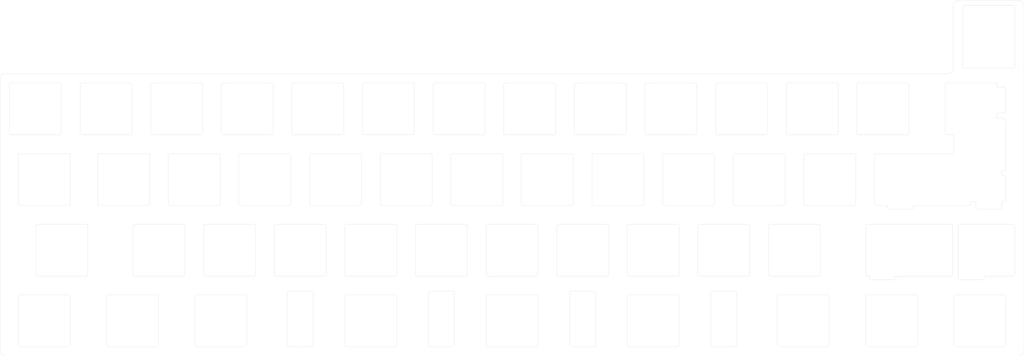
<source format=kicad_pcb>
(kicad_pcb (version 20171130) (host pcbnew "(5.1.4)-1")

  (general
    (thickness 1.6)
    (drawings 481)
    (tracks 0)
    (zones 0)
    (modules 0)
    (nets 1)
  )

  (page A4)
  (layers
    (0 F.Cu signal)
    (31 B.Cu signal)
    (32 B.Adhes user)
    (33 F.Adhes user)
    (34 B.Paste user)
    (35 F.Paste user)
    (36 B.SilkS user)
    (37 F.SilkS user)
    (38 B.Mask user)
    (39 F.Mask user)
    (40 Dwgs.User user)
    (41 Cmts.User user)
    (42 Eco1.User user)
    (43 Eco2.User user)
    (44 Edge.Cuts user)
    (45 Margin user)
    (46 B.CrtYd user)
    (47 F.CrtYd user)
    (48 B.Fab user)
    (49 F.Fab user)
  )

  (setup
    (last_trace_width 0.25)
    (trace_clearance 0.2)
    (zone_clearance 0.254)
    (zone_45_only no)
    (trace_min 0.2)
    (via_size 0.8)
    (via_drill 0.4)
    (via_min_size 0.4)
    (via_min_drill 0.3)
    (uvia_size 0.3)
    (uvia_drill 0.1)
    (uvias_allowed no)
    (uvia_min_size 0.2)
    (uvia_min_drill 0.1)
    (edge_width 0.05)
    (segment_width 0.2)
    (pcb_text_width 0.3)
    (pcb_text_size 1.5 1.5)
    (mod_edge_width 0.12)
    (mod_text_size 1 1)
    (mod_text_width 0.15)
    (pad_size 1.524 1.524)
    (pad_drill 0.762)
    (pad_to_mask_clearance 0)
    (aux_axis_origin 0 0)
    (visible_elements 7FFFFFFF)
    (pcbplotparams
      (layerselection 0x010fc_ffffffff)
      (usegerberextensions true)
      (usegerberattributes true)
      (usegerberadvancedattributes true)
      (creategerberjobfile false)
      (excludeedgelayer true)
      (linewidth 1.000000)
      (plotframeref false)
      (viasonmask false)
      (mode 1)
      (useauxorigin false)
      (hpglpennumber 1)
      (hpglpenspeed 20)
      (hpglpendiameter 15.000000)
      (psnegative false)
      (psa4output false)
      (plotreference true)
      (plotvalue true)
      (plotinvisibletext false)
      (padsonsilk false)
      (subtractmaskfromsilk true)
      (outputformat 1)
      (mirror false)
      (drillshape 0)
      (scaleselection 1)
      (outputdirectory "../gerbers"))
  )

  (net 0 "")

  (net_class Default "This is the default net class."
    (clearance 0.2)
    (trace_width 0.25)
    (via_dia 0.8)
    (via_drill 0.4)
    (uvia_dia 0.3)
    (uvia_drill 0.1)
  )

  (gr_arc (start 273.2 17.128124) (end 273.2 17.628124) (angle -90) (layer Edge.Cuts) (width 0.05))
  (gr_line (start 260.2 17.628124) (end 273.2 17.628124) (layer Edge.Cuts) (width 0.05))
  (gr_arc (start 260.2 17.128124) (end 259.7 17.128124) (angle -90) (layer Edge.Cuts) (width 0.05))
  (gr_line (start 259.7 1.128124) (end 259.7 17.128124) (layer Edge.Cuts) (width 0.05))
  (gr_arc (start 260.2 1.128124) (end 260.2 0.628124) (angle -90) (layer Edge.Cuts) (width 0.05))
  (gr_line (start 273.2 0.628124) (end 260.2 0.628124) (layer Edge.Cuts) (width 0.05))
  (gr_arc (start 273.2 1.128124) (end 273.7 1.128124) (angle -90) (layer Edge.Cuts) (width 0.05))
  (gr_line (start 273.7 17.128124) (end 273.7 1.128124) (layer Edge.Cuts) (width 0.05))
  (gr_line (start 10.16875 59.675) (end 23.16875 59.675) (layer Edge.Cuts) (width 0.05))
  (gr_arc (start 10.168749 60.175) (end 10.16875 59.675) (angle -90) (layer Edge.Cuts) (width 0.05))
  (gr_line (start 9.66875 73.175) (end 9.668749 60.175) (layer Edge.Cuts) (width 0.05))
  (gr_arc (start 10.16875 73.175) (end 9.66875 73.175) (angle -90) (layer Edge.Cuts) (width 0.05))
  (gr_line (start 23.16875 73.675) (end 10.16875 73.675) (layer Edge.Cuts) (width 0.05))
  (gr_arc (start 23.16875 73.175) (end 23.16875 73.675) (angle -90) (layer Edge.Cuts) (width 0.05))
  (gr_line (start 23.66875 60.175) (end 23.66875 73.175) (layer Edge.Cuts) (width 0.05))
  (gr_arc (start 23.16875 60.175) (end 23.66875 60.175) (angle -90) (layer Edge.Cuts) (width 0.05))
  (gr_line (start 66.53125 79.225) (end 66.53125 92.225) (layer Edge.Cuts) (width 0.05))
  (gr_arc (start 66.03125 79.224999) (end 66.53125 79.225) (angle -90) (layer Edge.Cuts) (width 0.05))
  (gr_line (start 53.03125 78.725) (end 66.03125 78.725) (layer Edge.Cuts) (width 0.05))
  (gr_arc (start 53.03125 79.225) (end 53.03125 78.725) (angle -90) (layer Edge.Cuts) (width 0.05))
  (gr_line (start 52.53125 92.225) (end 52.53125 79.225) (layer Edge.Cuts) (width 0.05))
  (gr_arc (start 53.03125 92.225) (end 52.53125 92.225) (angle -90) (layer Edge.Cuts) (width 0.05))
  (gr_line (start 66.03125 92.725) (end 53.03125 92.725) (layer Edge.Cuts) (width 0.05))
  (gr_arc (start 66.03125 92.225) (end 66.03125 92.725) (angle -90) (layer Edge.Cuts) (width 0.05))
  (gr_arc (start 87.4625 60.175) (end 87.9625 60.175) (angle -90) (layer Edge.Cuts) (width 0.05))
  (gr_line (start 87.9625 73.175) (end 87.9625 60.175) (layer Edge.Cuts) (width 0.05))
  (gr_arc (start 87.4625 73.175) (end 87.4625 73.675) (angle -90) (layer Edge.Cuts) (width 0.05))
  (gr_line (start 74.4625 73.675) (end 87.4625 73.675) (layer Edge.Cuts) (width 0.05))
  (gr_arc (start 74.4625 73.175) (end 73.9625 73.175) (angle -90) (layer Edge.Cuts) (width 0.05))
  (gr_line (start 73.9625 60.175) (end 73.9625 73.175) (layer Edge.Cuts) (width 0.05))
  (gr_arc (start 74.462499 60.174999) (end 74.4625 59.675) (angle -90) (layer Edge.Cuts) (width 0.05))
  (gr_line (start 87.4625 59.675) (end 74.4625 59.675) (layer Edge.Cuts) (width 0.05))
  (gr_arc (start 210.19375 79.225) (end 210.19375 78.725) (angle -90) (layer Edge.Cuts) (width 0.05))
  (gr_line (start 223.19375 78.725) (end 210.19375 78.725) (layer Edge.Cuts) (width 0.05))
  (gr_arc (start 223.19375 79.224999) (end 223.69375 79.225) (angle -90) (layer Edge.Cuts) (width 0.05))
  (gr_line (start 223.69375 92.225) (end 223.69375 79.225) (layer Edge.Cuts) (width 0.05))
  (gr_arc (start 223.19375 92.225) (end 223.19375 92.725) (angle -90) (layer Edge.Cuts) (width 0.05))
  (gr_line (start 210.19375 92.725) (end 223.19375 92.725) (layer Edge.Cuts) (width 0.05))
  (gr_arc (start 210.193749 92.225) (end 209.69375 92.225) (angle -90) (layer Edge.Cuts) (width 0.05))
  (gr_line (start 209.69375 79.225) (end 209.69375 92.225) (layer Edge.Cuts) (width 0.05))
  (gr_line (start 93.012499 73.175) (end 93.012499 60.175) (layer Edge.Cuts) (width 0.05))
  (gr_arc (start 93.5125 73.175) (end 93.012499 73.175) (angle -90) (layer Edge.Cuts) (width 0.05))
  (gr_line (start 106.5125 73.675) (end 93.5125 73.675) (layer Edge.Cuts) (width 0.05))
  (gr_arc (start 106.5125 73.175) (end 106.5125 73.675) (angle -90) (layer Edge.Cuts) (width 0.05))
  (gr_line (start 107.0125 60.175) (end 107.0125 73.175) (layer Edge.Cuts) (width 0.05))
  (gr_arc (start 106.5125 60.174999) (end 107.0125 60.175) (angle -90) (layer Edge.Cuts) (width 0.05))
  (gr_line (start 93.5125 59.675) (end 106.5125 59.674999) (layer Edge.Cuts) (width 0.05))
  (gr_arc (start 93.512499 60.175) (end 93.5125 59.675) (angle -90) (layer Edge.Cuts) (width 0.05))
  (gr_line (start 198.2875 40.625) (end 211.2875 40.625) (layer Edge.Cuts) (width 0.05))
  (gr_arc (start 198.2875 41.125) (end 198.2875 40.625) (angle -90) (layer Edge.Cuts) (width 0.05))
  (gr_line (start 197.7875 54.125) (end 197.7875 41.125) (layer Edge.Cuts) (width 0.05))
  (gr_arc (start 198.287499 54.125) (end 197.7875 54.125) (angle -90) (layer Edge.Cuts) (width 0.05))
  (gr_line (start 211.2875 54.625) (end 198.2875 54.624999) (layer Edge.Cuts) (width 0.05))
  (gr_arc (start 211.2875 54.124999) (end 211.2875 54.625) (angle -90) (layer Edge.Cuts) (width 0.05))
  (gr_line (start 211.7875 41.125) (end 211.7875 54.125) (layer Edge.Cuts) (width 0.05))
  (gr_arc (start 211.2875 41.124999) (end 211.7875 41.125) (angle -90) (layer Edge.Cuts) (width 0.05))
  (gr_arc (start 55.4125 60.175) (end 55.4125 59.675) (angle -90) (layer Edge.Cuts) (width 0.05))
  (gr_line (start 68.4125 59.675) (end 55.4125 59.675) (layer Edge.Cuts) (width 0.05))
  (gr_arc (start 68.4125 60.174999) (end 68.9125 60.175) (angle -90) (layer Edge.Cuts) (width 0.05))
  (gr_line (start 68.9125 73.175) (end 68.9125 60.175) (layer Edge.Cuts) (width 0.05))
  (gr_arc (start 68.4125 73.175) (end 68.4125 73.675) (angle -90) (layer Edge.Cuts) (width 0.05))
  (gr_line (start 55.4125 73.675) (end 68.4125 73.675) (layer Edge.Cuts) (width 0.05))
  (gr_arc (start 55.4125 73.175) (end 54.9125 73.175) (angle -90) (layer Edge.Cuts) (width 0.05))
  (gr_line (start 54.9125 60.175) (end 54.9125 73.175) (layer Edge.Cuts) (width 0.05))
  (gr_arc (start 270.81875 79.224999) (end 271.31875 79.225) (angle -90) (layer Edge.Cuts) (width 0.05))
  (gr_line (start 271.31875 92.225) (end 271.31875 79.225) (layer Edge.Cuts) (width 0.05))
  (gr_arc (start 270.81875 92.225) (end 270.81875 92.725) (angle -90) (layer Edge.Cuts) (width 0.05))
  (gr_line (start 257.81875 92.725) (end 270.81875 92.725) (layer Edge.Cuts) (width 0.05))
  (gr_arc (start 257.81875 92.225) (end 257.31875 92.225) (angle -90) (layer Edge.Cuts) (width 0.05))
  (gr_line (start 257.31875 79.225) (end 257.31875 92.225) (layer Edge.Cuts) (width 0.05))
  (gr_arc (start 257.81875 79.225) (end 257.81875 78.725) (angle -90) (layer Edge.Cuts) (width 0.05))
  (gr_line (start 270.81875 78.725) (end 257.81875 78.725) (layer Edge.Cuts) (width 0.05))
  (gr_arc (start 3.024999 22.075) (end 3.025 21.575) (angle -90) (layer Edge.Cuts) (width 0.05))
  (gr_line (start 16.024999 21.574999) (end 3.025 21.575) (layer Edge.Cuts) (width 0.05))
  (gr_arc (start 16.024999 22.075) (end 16.525 22.075) (angle -90) (layer Edge.Cuts) (width 0.05))
  (gr_line (start 16.524999 35.075) (end 16.525 22.075) (layer Edge.Cuts) (width 0.05))
  (gr_arc (start 16.024999 35.075) (end 16.024999 35.575) (angle -90) (layer Edge.Cuts) (width 0.05))
  (gr_line (start 3.024999 35.575) (end 16.024999 35.575) (layer Edge.Cuts) (width 0.05))
  (gr_arc (start 3.024999 35.075) (end 2.524999 35.075) (angle -90) (layer Edge.Cuts) (width 0.05))
  (gr_line (start 2.524999 22.075) (end 2.524999 35.075) (layer Edge.Cuts) (width 0.05))
  (gr_line (start 198.2625 92.725) (end 192.2625 92.725) (layer Edge.Cuts) (width 0.05))
  (gr_arc (start 198.2625 92.225) (end 198.2625 92.725) (angle -90) (layer Edge.Cuts) (width 0.05))
  (gr_line (start 198.7625 78.225) (end 198.7625 92.225) (layer Edge.Cuts) (width 0.05))
  (gr_arc (start 198.2625 78.224999) (end 198.7625 78.225) (angle -90) (layer Edge.Cuts) (width 0.05))
  (gr_line (start 192.2625 77.725) (end 198.2625 77.725) (layer Edge.Cuts) (width 0.05))
  (gr_arc (start 192.2625 78.225) (end 192.2625 77.725) (angle -90) (layer Edge.Cuts) (width 0.05))
  (gr_line (start 191.7625 92.225) (end 191.7625 78.225) (layer Edge.Cuts) (width 0.05))
  (gr_arc (start 192.2625 92.225) (end 191.7625 92.225) (angle -90) (layer Edge.Cuts) (width 0.05))
  (gr_arc (start 217.337499 54.125) (end 216.8375 54.125) (angle -90) (layer Edge.Cuts) (width 0.05))
  (gr_line (start 216.8375 41.125) (end 216.8375 54.125) (layer Edge.Cuts) (width 0.05))
  (gr_arc (start 217.3375 41.125) (end 217.3375 40.625) (angle -90) (layer Edge.Cuts) (width 0.05))
  (gr_line (start 230.3375 40.624999) (end 217.3375 40.625) (layer Edge.Cuts) (width 0.05))
  (gr_arc (start 230.3375 41.124999) (end 230.8375 41.125) (angle -90) (layer Edge.Cuts) (width 0.05))
  (gr_line (start 230.8375 54.125) (end 230.8375 41.125) (layer Edge.Cuts) (width 0.05))
  (gr_arc (start 230.3375 54.124999) (end 230.3375 54.625) (angle -90) (layer Edge.Cuts) (width 0.05))
  (gr_line (start 217.3375 54.625) (end 230.3375 54.625) (layer Edge.Cuts) (width 0.05))
  (gr_line (start 84.4625 78.225) (end 84.4625 92.225) (layer Edge.Cuts) (width 0.05))
  (gr_arc (start 83.962499 78.225) (end 84.4625 78.225) (angle -90) (layer Edge.Cuts) (width 0.05))
  (gr_line (start 77.9625 77.725) (end 83.962499 77.724999) (layer Edge.Cuts) (width 0.05))
  (gr_arc (start 77.962499 78.224999) (end 77.9625 77.725) (angle -90) (layer Edge.Cuts) (width 0.05))
  (gr_line (start 77.4625 92.225) (end 77.4625 78.225) (layer Edge.Cuts) (width 0.05))
  (gr_arc (start 77.9625 92.225) (end 77.4625 92.225) (angle -90) (layer Edge.Cuts) (width 0.05))
  (gr_line (start 83.9625 92.725) (end 77.9625 92.725) (layer Edge.Cuts) (width 0.05))
  (gr_arc (start 83.962499 92.224999) (end 83.9625 92.725) (angle -90) (layer Edge.Cuts) (width 0.05))
  (gr_line (start 122.5625 78.225) (end 122.5625 92.225) (layer Edge.Cuts) (width 0.05))
  (gr_arc (start 122.0625 78.225) (end 122.5625 78.225) (angle -90) (layer Edge.Cuts) (width 0.05))
  (gr_line (start 116.0625 77.725) (end 122.0625 77.724999) (layer Edge.Cuts) (width 0.05))
  (gr_arc (start 116.0625 78.224999) (end 116.0625 77.725) (angle -90) (layer Edge.Cuts) (width 0.05))
  (gr_line (start 115.5625 92.225) (end 115.5625 78.225) (layer Edge.Cuts) (width 0.05))
  (gr_arc (start 116.0625 92.224999) (end 115.5625 92.225) (angle -90) (layer Edge.Cuts) (width 0.05))
  (gr_line (start 122.0625 92.725) (end 116.0625 92.725) (layer Edge.Cuts) (width 0.05))
  (gr_arc (start 122.062499 92.224999) (end 122.0625 92.725) (angle -90) (layer Edge.Cuts) (width 0.05))
  (gr_arc (start 93.5125 92.224999) (end 93.012499 92.225) (angle -90) (layer Edge.Cuts) (width 0.05))
  (gr_line (start 93.012499 79.225) (end 93.012499 92.225) (layer Edge.Cuts) (width 0.05))
  (gr_arc (start 93.512499 79.225) (end 93.5125 78.725) (angle -90) (layer Edge.Cuts) (width 0.05))
  (gr_line (start 106.5125 78.725) (end 93.5125 78.725) (layer Edge.Cuts) (width 0.05))
  (gr_arc (start 106.5125 79.225) (end 107.0125 79.225) (angle -90) (layer Edge.Cuts) (width 0.05))
  (gr_line (start 107.0125 92.225) (end 107.0125 79.225) (layer Edge.Cuts) (width 0.05))
  (gr_arc (start 106.5125 92.225) (end 106.5125 92.725) (angle -90) (layer Edge.Cuts) (width 0.05))
  (gr_line (start 93.5125 92.725) (end 106.5125 92.725) (layer Edge.Cuts) (width 0.05))
  (gr_line (start 64.4375 54.125) (end 64.4375 41.125) (layer Edge.Cuts) (width 0.05))
  (gr_arc (start 64.9375 54.125) (end 64.4375 54.125) (angle -90) (layer Edge.Cuts) (width 0.05))
  (gr_line (start 77.9375 54.625) (end 64.9375 54.625) (layer Edge.Cuts) (width 0.05))
  (gr_arc (start 77.9375 54.125) (end 77.9375 54.625) (angle -90) (layer Edge.Cuts) (width 0.05))
  (gr_line (start 78.4375 41.125) (end 78.4375 54.125) (layer Edge.Cuts) (width 0.05))
  (gr_arc (start 77.9375 41.124999) (end 78.4375 41.125) (angle -90) (layer Edge.Cuts) (width 0.05))
  (gr_line (start 64.9375 40.625) (end 77.9375 40.625) (layer Edge.Cuts) (width 0.05))
  (gr_arc (start 64.9375 41.125) (end 64.9375 40.625) (angle -90) (layer Edge.Cuts) (width 0.05))
  (gr_line (start 78.725 35.075) (end 78.725 22.075) (layer Edge.Cuts) (width 0.05))
  (gr_arc (start 79.225 35.075) (end 78.725 35.075) (angle -90) (layer Edge.Cuts) (width 0.05))
  (gr_line (start 92.225 35.575) (end 79.225 35.575) (layer Edge.Cuts) (width 0.05))
  (gr_arc (start 92.225 35.075) (end 92.225 35.575) (angle -90) (layer Edge.Cuts) (width 0.05))
  (gr_line (start 92.725 22.075) (end 92.725 35.075) (layer Edge.Cuts) (width 0.05))
  (gr_arc (start 92.225 22.075) (end 92.725 22.075) (angle -90) (layer Edge.Cuts) (width 0.05))
  (gr_line (start 79.225 21.575) (end 92.225 21.574999) (layer Edge.Cuts) (width 0.05))
  (gr_arc (start 79.225 22.074999) (end 79.225 21.575) (angle -90) (layer Edge.Cuts) (width 0.05))
  (gr_arc (start 18.40625 79.225) (end 18.90625 79.225) (angle -90) (layer Edge.Cuts) (width 0.05))
  (gr_line (start 18.90625 92.225) (end 18.90625 79.225) (layer Edge.Cuts) (width 0.05))
  (gr_arc (start 18.406249 92.225) (end 18.40625 92.725) (angle -90) (layer Edge.Cuts) (width 0.05))
  (gr_line (start 5.406249 92.725) (end 18.40625 92.725) (layer Edge.Cuts) (width 0.05))
  (gr_arc (start 5.406249 92.225) (end 4.90625 92.225) (angle -90) (layer Edge.Cuts) (width 0.05))
  (gr_line (start 4.90625 79.225) (end 4.90625 92.225) (layer Edge.Cuts) (width 0.05))
  (gr_arc (start 5.406249 79.225) (end 5.406249 78.725) (angle -90) (layer Edge.Cuts) (width 0.05))
  (gr_line (start 18.40625 78.725) (end 5.406249 78.725) (layer Edge.Cuts) (width 0.05))
  (gr_arc (start 182.7125 79.224999) (end 183.212499 79.225) (angle -90) (layer Edge.Cuts) (width 0.05))
  (gr_line (start 183.212499 92.225) (end 183.212499 79.225) (layer Edge.Cuts) (width 0.05))
  (gr_arc (start 182.712499 92.224999) (end 182.712499 92.725) (angle -90) (layer Edge.Cuts) (width 0.05))
  (gr_line (start 169.7125 92.725) (end 182.712499 92.725) (layer Edge.Cuts) (width 0.05))
  (gr_arc (start 169.712499 92.225) (end 169.2125 92.225) (angle -90) (layer Edge.Cuts) (width 0.05))
  (gr_line (start 169.2125 79.225) (end 169.2125 92.225) (layer Edge.Cuts) (width 0.05))
  (gr_arc (start 169.7125 79.225) (end 169.7125 78.725) (angle -90) (layer Edge.Cuts) (width 0.05))
  (gr_line (start 182.712499 78.725) (end 169.7125 78.725) (layer Edge.Cuts) (width 0.05))
  (gr_line (start 98.275 21.575) (end 111.275 21.574999) (layer Edge.Cuts) (width 0.05))
  (gr_arc (start 98.274999 22.074999) (end 98.275 21.575) (angle -90) (layer Edge.Cuts) (width 0.05))
  (gr_line (start 97.775 35.075) (end 97.775 22.075) (layer Edge.Cuts) (width 0.05))
  (gr_arc (start 98.275 35.075) (end 97.775 35.075) (angle -90) (layer Edge.Cuts) (width 0.05))
  (gr_line (start 111.275 35.575) (end 98.275 35.575) (layer Edge.Cuts) (width 0.05))
  (gr_arc (start 111.275 35.075) (end 111.275 35.575) (angle -90) (layer Edge.Cuts) (width 0.05))
  (gr_line (start 111.775 22.075) (end 111.775 35.075) (layer Edge.Cuts) (width 0.05))
  (gr_arc (start 111.275 22.075) (end 111.775 22.075) (angle -90) (layer Edge.Cuts) (width 0.05))
  (gr_arc (start 22.075 22.075) (end 22.075 21.575) (angle -90) (layer Edge.Cuts) (width 0.05))
  (gr_line (start 35.075 21.575) (end 22.075 21.575) (layer Edge.Cuts) (width 0.05))
  (gr_arc (start 35.075 22.075) (end 35.575 22.075) (angle -90) (layer Edge.Cuts) (width 0.05))
  (gr_line (start 35.575 35.075) (end 35.575 22.075) (layer Edge.Cuts) (width 0.05))
  (gr_arc (start 35.075 35.075) (end 35.075 35.575) (angle -90) (layer Edge.Cuts) (width 0.05))
  (gr_line (start 22.075 35.575) (end 35.075 35.575) (layer Edge.Cuts) (width 0.05))
  (gr_arc (start 22.075 35.075) (end 21.575 35.075) (angle -90) (layer Edge.Cuts) (width 0.05))
  (gr_line (start 21.575 22.075) (end 21.575 35.075) (layer Edge.Cuts) (width 0.05))
  (gr_arc (start 247.00625 79.224999) (end 247.50625 79.225) (angle -90) (layer Edge.Cuts) (width 0.05))
  (gr_line (start 247.50625 92.225) (end 247.50625 79.225) (layer Edge.Cuts) (width 0.05))
  (gr_arc (start 247.00625 92.225) (end 247.00625 92.725) (angle -90) (layer Edge.Cuts) (width 0.05))
  (gr_line (start 234.00625 92.725) (end 247.00625 92.725) (layer Edge.Cuts) (width 0.05))
  (gr_arc (start 234.00625 92.225) (end 233.50625 92.225) (angle -90) (layer Edge.Cuts) (width 0.05))
  (gr_line (start 233.50625 79.225) (end 233.50625 92.225) (layer Edge.Cuts) (width 0.05))
  (gr_arc (start 234.00625 79.225) (end 234.00625 78.725) (angle -90) (layer Edge.Cuts) (width 0.05))
  (gr_line (start 247.00625 78.725) (end 234.00625 78.725) (layer Edge.Cuts) (width 0.05))
  (gr_line (start 160.6625 78.225) (end 160.662499 92.225) (layer Edge.Cuts) (width 0.05))
  (gr_arc (start 160.162499 78.225) (end 160.6625 78.225) (angle -90) (layer Edge.Cuts) (width 0.05))
  (gr_line (start 154.1625 77.725) (end 160.1625 77.724999) (layer Edge.Cuts) (width 0.05))
  (gr_arc (start 154.1625 78.224999) (end 154.1625 77.725) (angle -90) (layer Edge.Cuts) (width 0.05))
  (gr_line (start 153.6625 92.225) (end 153.6625 78.225) (layer Edge.Cuts) (width 0.05))
  (gr_arc (start 154.1625 92.225) (end 153.6625 92.225) (angle -90) (layer Edge.Cuts) (width 0.05))
  (gr_line (start 160.1625 92.725) (end 154.1625 92.725) (layer Edge.Cuts) (width 0.05))
  (gr_arc (start 160.162499 92.225) (end 160.1625 92.725) (angle -90) (layer Edge.Cuts) (width 0.05))
  (gr_arc (start 54.125 22.075) (end 54.625 22.075) (angle -90) (layer Edge.Cuts) (width 0.05))
  (gr_line (start 54.625 35.075) (end 54.625 22.075) (layer Edge.Cuts) (width 0.05))
  (gr_arc (start 54.125 35.075) (end 54.125 35.575) (angle -90) (layer Edge.Cuts) (width 0.05))
  (gr_line (start 41.125 35.575) (end 54.125 35.575) (layer Edge.Cuts) (width 0.05))
  (gr_arc (start 41.125 35.075) (end 40.625 35.075) (angle -90) (layer Edge.Cuts) (width 0.05))
  (gr_line (start 40.625 22.075) (end 40.625 35.075) (layer Edge.Cuts) (width 0.05))
  (gr_arc (start 41.125 22.075) (end 41.125 21.575) (angle -90) (layer Edge.Cuts) (width 0.05))
  (gr_line (start 54.125 21.575) (end 41.125 21.575) (layer Edge.Cuts) (width 0.05))
  (gr_line (start 59.675 35.075) (end 59.675 22.075) (layer Edge.Cuts) (width 0.05))
  (gr_arc (start 60.175 35.075) (end 59.675 35.075) (angle -90) (layer Edge.Cuts) (width 0.05))
  (gr_line (start 73.175 35.575) (end 60.175 35.575) (layer Edge.Cuts) (width 0.05))
  (gr_arc (start 73.175 35.075) (end 73.175 35.575) (angle -90) (layer Edge.Cuts) (width 0.05))
  (gr_line (start 73.675 22.075) (end 73.675 35.075) (layer Edge.Cuts) (width 0.05))
  (gr_arc (start 73.174999 22.075) (end 73.675 22.075) (angle -90) (layer Edge.Cuts) (width 0.05))
  (gr_line (start 60.175 21.575) (end 73.174999 21.575) (layer Edge.Cuts) (width 0.05))
  (gr_arc (start 60.175 22.074999) (end 60.175 21.575) (angle -90) (layer Edge.Cuts) (width 0.05))
  (gr_line (start 144.6125 92.725) (end 131.6125 92.725) (layer Edge.Cuts) (width 0.05))
  (gr_arc (start 144.612499 92.224999) (end 144.6125 92.725) (angle -90) (layer Edge.Cuts) (width 0.05))
  (gr_line (start 145.1125 79.225) (end 145.1125 92.225) (layer Edge.Cuts) (width 0.05))
  (gr_arc (start 144.612499 79.225) (end 145.1125 79.225) (angle -90) (layer Edge.Cuts) (width 0.05))
  (gr_line (start 131.6125 78.725) (end 144.6125 78.724999) (layer Edge.Cuts) (width 0.05))
  (gr_arc (start 131.6125 79.224999) (end 131.6125 78.725) (angle -90) (layer Edge.Cuts) (width 0.05))
  (gr_line (start 131.1125 92.225) (end 131.1125 79.225) (layer Edge.Cuts) (width 0.05))
  (gr_arc (start 131.6125 92.225) (end 131.1125 92.225) (angle -90) (layer Edge.Cuts) (width 0.05))
  (gr_arc (start 112.562499 60.175) (end 112.5625 59.675) (angle -90) (layer Edge.Cuts) (width 0.05))
  (gr_line (start 125.5625 59.675) (end 112.5625 59.675) (layer Edge.Cuts) (width 0.05))
  (gr_arc (start 125.562499 60.175) (end 126.0625 60.175) (angle -90) (layer Edge.Cuts) (width 0.05))
  (gr_line (start 126.0625 73.175) (end 126.0625 60.175) (layer Edge.Cuts) (width 0.05))
  (gr_arc (start 125.5625 73.175) (end 125.5625 73.675) (angle -90) (layer Edge.Cuts) (width 0.05))
  (gr_line (start 112.5625 73.675) (end 125.5625 73.675) (layer Edge.Cuts) (width 0.05))
  (gr_arc (start 112.5625 73.175) (end 112.0625 73.175) (angle -90) (layer Edge.Cuts) (width 0.05))
  (gr_line (start 112.0625 60.175) (end 112.0625 73.175) (layer Edge.Cuts) (width 0.05))
  (gr_line (start 141.1375 40.625) (end 154.1375 40.624999) (layer Edge.Cuts) (width 0.05))
  (gr_arc (start 141.1375 41.125) (end 141.1375 40.625) (angle -90) (layer Edge.Cuts) (width 0.05))
  (gr_line (start 140.6375 54.125) (end 140.6375 41.125) (layer Edge.Cuts) (width 0.05))
  (gr_arc (start 141.1375 54.125) (end 140.6375 54.125) (angle -90) (layer Edge.Cuts) (width 0.05))
  (gr_line (start 154.1375 54.625) (end 141.1375 54.625) (layer Edge.Cuts) (width 0.05))
  (gr_arc (start 154.1375 54.124999) (end 154.1375 54.625) (angle -90) (layer Edge.Cuts) (width 0.05))
  (gr_line (start 154.6375 41.125) (end 154.6375 54.125) (layer Edge.Cuts) (width 0.05))
  (gr_arc (start 154.1375 41.125) (end 154.6375 41.125) (angle -90) (layer Edge.Cuts) (width 0.05))
  (gr_arc (start 256.53125 60.175) (end 257.03125 60.175) (angle -90) (layer Edge.Cuts) (width 0.05))
  (gr_line (start 257.03125 73.175) (end 257.03125 60.175) (layer Edge.Cuts) (width 0.05))
  (gr_arc (start 256.531249 73.174999) (end 256.53125 73.675) (angle -90) (layer Edge.Cuts) (width 0.05))
  (gr_line (start 241.59325 73.675) (end 256.53125 73.675) (layer Edge.Cuts) (width 0.05))
  (gr_line (start 241.59325 74.175) (end 241.59325 73.675) (layer Edge.Cuts) (width 0.05))
  (gr_arc (start 241.09325 74.175) (end 241.09325 74.675) (angle -90) (layer Edge.Cuts) (width 0.05))
  (gr_line (start 235.09325 74.675) (end 241.09325 74.675) (layer Edge.Cuts) (width 0.05))
  (gr_arc (start 235.09325 74.175) (end 234.59325 74.175) (angle -90) (layer Edge.Cuts) (width 0.05))
  (gr_line (start 234.59325 73.675) (end 234.59325 74.175) (layer Edge.Cuts) (width 0.05))
  (gr_line (start 234.00625 73.675) (end 234.59325 73.675) (layer Edge.Cuts) (width 0.05))
  (gr_arc (start 234.00625 73.175) (end 233.50625 73.175) (angle -90) (layer Edge.Cuts) (width 0.05))
  (gr_line (start 233.50625 60.175) (end 233.50625 73.175) (layer Edge.Cuts) (width 0.05))
  (gr_arc (start 234.00625 60.175) (end 234.00625 59.675) (angle -90) (layer Edge.Cuts) (width 0.05))
  (gr_line (start 256.53125 59.675) (end 234.00625 59.675) (layer Edge.Cuts) (width 0.05))
  (gr_arc (start 273.199999 73.174999) (end 273.2 73.675) (angle -90) (layer Edge.Cuts) (width 0.05))
  (gr_line (start 265.46925 73.675) (end 273.2 73.675) (layer Edge.Cuts) (width 0.05))
  (gr_line (start 265.46925 74.175) (end 265.46925 73.675) (layer Edge.Cuts) (width 0.05))
  (gr_arc (start 264.96925 74.175) (end 264.96925 74.675) (angle -90) (layer Edge.Cuts) (width 0.05))
  (gr_line (start 258.96925 74.675) (end 264.96925 74.675) (layer Edge.Cuts) (width 0.05))
  (gr_arc (start 258.969249 74.175) (end 258.46925 74.175) (angle -90) (layer Edge.Cuts) (width 0.05))
  (gr_line (start 258.46925 60.175) (end 258.46925 74.175) (layer Edge.Cuts) (width 0.05))
  (gr_arc (start 258.96925 60.175) (end 258.96925 59.675) (angle -90) (layer Edge.Cuts) (width 0.05))
  (gr_line (start 273.2 59.675) (end 258.96925 59.675) (layer Edge.Cuts) (width 0.05))
  (gr_arc (start 273.2 60.174999) (end 273.7 60.175) (angle -90) (layer Edge.Cuts) (width 0.05))
  (gr_line (start 273.7 73.175) (end 273.7 60.175) (layer Edge.Cuts) (width 0.05))
  (gr_arc (start 179.237499 54.125) (end 178.7375 54.125) (angle -90) (layer Edge.Cuts) (width 0.05))
  (gr_line (start 178.7375 41.125) (end 178.7375 54.125) (layer Edge.Cuts) (width 0.05))
  (gr_arc (start 179.2375 41.125) (end 179.2375 40.625) (angle -90) (layer Edge.Cuts) (width 0.05))
  (gr_line (start 192.2375 40.625) (end 179.2375 40.625) (layer Edge.Cuts) (width 0.05))
  (gr_arc (start 192.2375 41.124999) (end 192.7375 41.125) (angle -90) (layer Edge.Cuts) (width 0.05))
  (gr_line (start 192.7375 54.125) (end 192.7375 41.125) (layer Edge.Cuts) (width 0.05))
  (gr_arc (start 192.237499 54.124999) (end 192.2375 54.625) (angle -90) (layer Edge.Cuts) (width 0.05))
  (gr_line (start 179.2375 54.625) (end 192.2375 54.625) (layer Edge.Cuts) (width 0.05))
  (gr_arc (start 36.3625 73.175) (end 35.8625 73.175) (angle -90) (layer Edge.Cuts) (width 0.05))
  (gr_line (start 35.8625 60.175) (end 35.8625 73.175) (layer Edge.Cuts) (width 0.05))
  (gr_arc (start 36.362499 60.174999) (end 36.3625 59.675) (angle -90) (layer Edge.Cuts) (width 0.05))
  (gr_line (start 49.3625 59.675) (end 36.3625 59.675) (layer Edge.Cuts) (width 0.05))
  (gr_arc (start 49.3625 60.175) (end 49.8625 60.175) (angle -90) (layer Edge.Cuts) (width 0.05))
  (gr_line (start 49.8625 73.175) (end 49.8625 60.175) (layer Edge.Cuts) (width 0.05))
  (gr_arc (start 49.3625 73.175) (end 49.3625 73.675) (angle -90) (layer Edge.Cuts) (width 0.05))
  (gr_line (start 36.3625 73.675) (end 49.3625 73.675) (layer Edge.Cuts) (width 0.05))
  (gr_line (start 145.1125 60.175) (end 145.1125 73.175) (layer Edge.Cuts) (width 0.05))
  (gr_arc (start 144.612499 60.175) (end 145.1125 60.175) (angle -90) (layer Edge.Cuts) (width 0.05))
  (gr_line (start 131.6125 59.675) (end 144.6125 59.674999) (layer Edge.Cuts) (width 0.05))
  (gr_arc (start 131.6125 60.174999) (end 131.6125 59.675) (angle -90) (layer Edge.Cuts) (width 0.05))
  (gr_line (start 131.1125 73.175) (end 131.1125 60.175) (layer Edge.Cuts) (width 0.05))
  (gr_arc (start 131.6125 73.175) (end 131.1125 73.175) (angle -90) (layer Edge.Cuts) (width 0.05))
  (gr_line (start 144.6125 73.675) (end 131.6125 73.675) (layer Edge.Cuts) (width 0.05))
  (gr_arc (start 144.6125 73.175) (end 144.6125 73.675) (angle -90) (layer Edge.Cuts) (width 0.05))
  (gr_arc (start 116.0375 54.125) (end 116.0375 54.625) (angle -90) (layer Edge.Cuts) (width 0.05))
  (gr_line (start 103.0375 54.625) (end 116.0375 54.625) (layer Edge.Cuts) (width 0.05))
  (gr_arc (start 103.0375 54.124999) (end 102.5375 54.125) (angle -90) (layer Edge.Cuts) (width 0.05))
  (gr_line (start 102.5375 41.125) (end 102.5375 54.125) (layer Edge.Cuts) (width 0.05))
  (gr_arc (start 103.0375 41.125) (end 103.0375 40.625) (angle -90) (layer Edge.Cuts) (width 0.05))
  (gr_line (start 116.0375 40.625) (end 103.0375 40.625) (layer Edge.Cuts) (width 0.05))
  (gr_arc (start 116.037499 41.125) (end 116.5375 41.125) (angle -90) (layer Edge.Cuts) (width 0.05))
  (gr_line (start 116.5375 54.125) (end 116.5375 41.125) (layer Edge.Cuts) (width 0.05))
  (gr_arc (start 207.8125 60.175) (end 207.8125 59.675) (angle -90) (layer Edge.Cuts) (width 0.05))
  (gr_line (start 220.8125 59.675) (end 207.8125 59.675) (layer Edge.Cuts) (width 0.05))
  (gr_arc (start 220.8125 60.174999) (end 221.3125 60.175) (angle -90) (layer Edge.Cuts) (width 0.05))
  (gr_line (start 221.3125 73.175) (end 221.3125 60.175) (layer Edge.Cuts) (width 0.05))
  (gr_arc (start 220.812499 73.174999) (end 220.8125 73.675) (angle -90) (layer Edge.Cuts) (width 0.05))
  (gr_line (start 207.8125 73.675) (end 220.8125 73.675) (layer Edge.Cuts) (width 0.05))
  (gr_arc (start 207.812499 73.175) (end 207.3125 73.175) (angle -90) (layer Edge.Cuts) (width 0.05))
  (gr_line (start 207.3125 60.175) (end 207.3125 73.175) (layer Edge.Cuts) (width 0.05))
  (gr_line (start 42.21875 92.725) (end 29.21875 92.725) (layer Edge.Cuts) (width 0.05))
  (gr_arc (start 42.218749 92.225) (end 42.21875 92.725) (angle -90) (layer Edge.Cuts) (width 0.05))
  (gr_line (start 42.71875 79.225) (end 42.71875 92.225) (layer Edge.Cuts) (width 0.05))
  (gr_arc (start 42.21875 79.225) (end 42.71875 79.225) (angle -90) (layer Edge.Cuts) (width 0.05))
  (gr_line (start 29.21875 78.725) (end 42.21875 78.725) (layer Edge.Cuts) (width 0.05))
  (gr_arc (start 29.218749 79.225) (end 29.21875 78.725) (angle -90) (layer Edge.Cuts) (width 0.05))
  (gr_line (start 28.71875 92.225) (end 28.718749 79.225) (layer Edge.Cuts) (width 0.05))
  (gr_arc (start 29.218749 92.225) (end 28.71875 92.225) (angle -90) (layer Edge.Cuts) (width 0.05))
  (gr_arc (start 169.7125 60.175) (end 169.7125 59.675) (angle -90) (layer Edge.Cuts) (width 0.05))
  (gr_line (start 182.7125 59.675) (end 169.7125 59.675) (layer Edge.Cuts) (width 0.05))
  (gr_arc (start 182.7125 60.174999) (end 183.2125 60.175) (angle -90) (layer Edge.Cuts) (width 0.05))
  (gr_line (start 183.2125 73.175) (end 183.2125 60.175) (layer Edge.Cuts) (width 0.05))
  (gr_arc (start 182.712499 73.174999) (end 182.7125 73.675) (angle -90) (layer Edge.Cuts) (width 0.05))
  (gr_line (start 169.7125 73.675) (end 182.7125 73.675) (layer Edge.Cuts) (width 0.05))
  (gr_arc (start 169.712499 73.175) (end 169.2125 73.175) (angle -90) (layer Edge.Cuts) (width 0.05))
  (gr_line (start 169.2125 60.175) (end 169.2125 73.175) (layer Edge.Cuts) (width 0.05))
  (gr_line (start 150.6625 59.675) (end 163.6625 59.675) (layer Edge.Cuts) (width 0.05))
  (gr_arc (start 150.6625 60.174999) (end 150.6625 59.675) (angle -90) (layer Edge.Cuts) (width 0.05))
  (gr_line (start 150.1625 73.175) (end 150.1625 60.175) (layer Edge.Cuts) (width 0.05))
  (gr_arc (start 150.6625 73.175) (end 150.1625 73.175) (angle -90) (layer Edge.Cuts) (width 0.05))
  (gr_line (start 163.6625 73.675) (end 150.6625 73.675) (layer Edge.Cuts) (width 0.05))
  (gr_arc (start 163.662499 73.174999) (end 163.6625 73.675) (angle -90) (layer Edge.Cuts) (width 0.05))
  (gr_line (start 164.1625 60.175) (end 164.162499 73.175) (layer Edge.Cuts) (width 0.05))
  (gr_arc (start 163.6625 60.174999) (end 164.1625 60.175) (angle -90) (layer Edge.Cuts) (width 0.05))
  (gr_arc (start 201.762499 73.174999) (end 201.7625 73.675) (angle -90) (layer Edge.Cuts) (width 0.05))
  (gr_line (start 188.7625 73.675) (end 201.7625 73.675) (layer Edge.Cuts) (width 0.05))
  (gr_arc (start 188.762499 73.175) (end 188.2625 73.175) (angle -90) (layer Edge.Cuts) (width 0.05))
  (gr_line (start 188.2625 60.175) (end 188.2625 73.175) (layer Edge.Cuts) (width 0.05))
  (gr_arc (start 188.7625 60.175) (end 188.7625 59.675) (angle -90) (layer Edge.Cuts) (width 0.05))
  (gr_line (start 201.7625 59.675) (end 188.7625 59.675) (layer Edge.Cuts) (width 0.05))
  (gr_arc (start 201.7625 60.174999) (end 202.2625 60.175) (angle -90) (layer Edge.Cuts) (width 0.05))
  (gr_line (start 202.2625 73.175) (end 202.2625 60.175) (layer Edge.Cuts) (width 0.05))
  (gr_arc (start 160.1875 41.125) (end 160.1875 40.625) (angle -90) (layer Edge.Cuts) (width 0.05))
  (gr_line (start 173.1875 40.625) (end 160.1875 40.625) (layer Edge.Cuts) (width 0.05))
  (gr_arc (start 173.1875 41.124999) (end 173.6875 41.125) (angle -90) (layer Edge.Cuts) (width 0.05))
  (gr_line (start 173.6875 54.125) (end 173.6875 41.125) (layer Edge.Cuts) (width 0.05))
  (gr_arc (start 173.187499 54.124999) (end 173.1875 54.625) (angle -90) (layer Edge.Cuts) (width 0.05))
  (gr_line (start 160.1875 54.625) (end 173.1875 54.625) (layer Edge.Cuts) (width 0.05))
  (gr_arc (start 160.1875 54.125) (end 159.6875 54.125) (angle -90) (layer Edge.Cuts) (width 0.05))
  (gr_line (start 159.6875 41.125) (end 159.6875 54.125) (layer Edge.Cuts) (width 0.05))
  (gr_line (start 5.406249 40.625) (end 18.40625 40.625) (layer Edge.Cuts) (width 0.05))
  (gr_arc (start 5.40625 41.125) (end 5.406249 40.625) (angle -90) (layer Edge.Cuts) (width 0.05))
  (gr_line (start 4.90625 54.125) (end 4.90625 41.125) (layer Edge.Cuts) (width 0.05))
  (gr_arc (start 5.406249 54.125) (end 4.90625 54.125) (angle -90) (layer Edge.Cuts) (width 0.05))
  (gr_line (start 18.40625 54.625) (end 5.406249 54.625) (layer Edge.Cuts) (width 0.05))
  (gr_arc (start 18.40625 54.125) (end 18.40625 54.625) (angle -90) (layer Edge.Cuts) (width 0.05))
  (gr_line (start 18.90625 41.125) (end 18.90625 54.125) (layer Edge.Cuts) (width 0.05))
  (gr_arc (start 18.40625 41.125) (end 18.90625 41.125) (angle -90) (layer Edge.Cuts) (width 0.05))
  (gr_arc (start 135.0875 54.125) (end 135.0875 54.625) (angle -90) (layer Edge.Cuts) (width 0.05))
  (gr_line (start 122.0875 54.625) (end 135.0875 54.625) (layer Edge.Cuts) (width 0.05))
  (gr_arc (start 122.0875 54.124999) (end 121.5875 54.125) (angle -90) (layer Edge.Cuts) (width 0.05))
  (gr_line (start 121.5875 41.125) (end 121.5875 54.125) (layer Edge.Cuts) (width 0.05))
  (gr_arc (start 122.0875 41.125) (end 122.0875 40.625) (angle -90) (layer Edge.Cuts) (width 0.05))
  (gr_line (start 135.0875 40.625) (end 122.0875 40.625) (layer Edge.Cuts) (width 0.05))
  (gr_arc (start 135.087499 41.125) (end 135.5875 41.125) (angle -90) (layer Edge.Cuts) (width 0.05))
  (gr_line (start 135.5875 54.125) (end 135.5875 41.125) (layer Edge.Cuts) (width 0.05))
  (gr_arc (start 39.8375 54.125) (end 39.8375 54.625) (angle -90) (layer Edge.Cuts) (width 0.05))
  (gr_line (start 26.8375 54.625) (end 39.8375 54.625) (layer Edge.Cuts) (width 0.05))
  (gr_arc (start 26.837499 54.125) (end 26.3375 54.125) (angle -90) (layer Edge.Cuts) (width 0.05))
  (gr_line (start 26.3375 41.125) (end 26.3375 54.125) (layer Edge.Cuts) (width 0.05))
  (gr_arc (start 26.8375 41.125) (end 26.8375 40.625) (angle -90) (layer Edge.Cuts) (width 0.05))
  (gr_line (start 39.8375 40.625) (end 26.8375 40.625) (layer Edge.Cuts) (width 0.05))
  (gr_arc (start 39.8375 41.124999) (end 40.3375 41.125) (angle -90) (layer Edge.Cuts) (width 0.05))
  (gr_line (start 40.3375 54.125) (end 40.3375 41.125) (layer Edge.Cuts) (width 0.05))
  (gr_arc (start 136.375 35.074999) (end 135.875 35.075) (angle -90) (layer Edge.Cuts) (width 0.05))
  (gr_line (start 135.875 22.075) (end 135.875 35.075) (layer Edge.Cuts) (width 0.05))
  (gr_arc (start 136.375 22.075) (end 136.375 21.575) (angle -90) (layer Edge.Cuts) (width 0.05))
  (gr_line (start 149.375 21.574999) (end 136.375 21.575) (layer Edge.Cuts) (width 0.05))
  (gr_arc (start 149.375 22.074999) (end 149.875 22.075) (angle -90) (layer Edge.Cuts) (width 0.05))
  (gr_line (start 149.875 35.075) (end 149.875 22.075) (layer Edge.Cuts) (width 0.05))
  (gr_arc (start 149.375 35.075) (end 149.375 35.575) (angle -90) (layer Edge.Cuts) (width 0.05))
  (gr_line (start 136.375 35.575) (end 149.375 35.575) (layer Edge.Cuts) (width 0.05))
  (gr_arc (start 206.525 22.074999) (end 207.025 22.075) (angle -90) (layer Edge.Cuts) (width 0.05))
  (gr_line (start 207.025 35.075) (end 207.025 22.075) (layer Edge.Cuts) (width 0.05))
  (gr_arc (start 206.525 35.074999) (end 206.525 35.575) (angle -90) (layer Edge.Cuts) (width 0.05))
  (gr_line (start 193.525 35.575) (end 206.525 35.575) (layer Edge.Cuts) (width 0.05))
  (gr_arc (start 193.525 35.075) (end 193.025 35.075) (angle -90) (layer Edge.Cuts) (width 0.05))
  (gr_line (start 193.025 22.075) (end 193.025 35.075) (layer Edge.Cuts) (width 0.05))
  (gr_arc (start 193.525 22.075) (end 193.525 21.575) (angle -90) (layer Edge.Cuts) (width 0.05))
  (gr_line (start 206.525 21.575) (end 193.525 21.575) (layer Edge.Cuts) (width 0.05))
  (gr_arc (start 255.4375 22.075) (end 255.4375 21.575) (angle -90) (layer Edge.Cuts) (width 0.05))
  (gr_line (start 268.4375 21.574999) (end 255.4375 21.575) (layer Edge.Cuts) (width 0.05))
  (gr_arc (start 268.4375 22.074999) (end 268.9375 22.075) (angle -90) (layer Edge.Cuts) (width 0.05))
  (gr_line (start 268.9375 22.662) (end 268.9375 22.075) (layer Edge.Cuts) (width 0.05))
  (gr_line (start 270.81875 22.662) (end 268.9375 22.662) (layer Edge.Cuts) (width 0.05))
  (gr_arc (start 270.81875 23.161999) (end 271.31875 23.162) (angle -90) (layer Edge.Cuts) (width 0.05))
  (gr_line (start 271.31875 29.162) (end 271.31875 23.162) (layer Edge.Cuts) (width 0.05))
  (gr_arc (start 270.818749 29.161999) (end 270.81875 29.662) (angle -90) (layer Edge.Cuts) (width 0.05))
  (gr_line (start 268.9375 29.662) (end 270.81875 29.662) (layer Edge.Cuts) (width 0.05))
  (gr_line (start 268.9375 31.1) (end 268.9375 29.662) (layer Edge.Cuts) (width 0.05))
  (gr_line (start 270.81875 31.099999) (end 268.9375 31.1) (layer Edge.Cuts) (width 0.05))
  (gr_arc (start 270.81875 31.599999) (end 271.31875 31.6) (angle -90) (layer Edge.Cuts) (width 0.05))
  (gr_line (start 271.31875 44.6) (end 271.31875 31.6) (layer Edge.Cuts) (width 0.05))
  (gr_arc (start 270.818749 44.599999) (end 270.81875 45.099999) (angle -90) (layer Edge.Cuts) (width 0.05))
  (gr_line (start 270.23175 45.1) (end 270.81875 45.099999) (layer Edge.Cuts) (width 0.05))
  (gr_line (start 270.23175 46.538) (end 270.23175 45.1) (layer Edge.Cuts) (width 0.05))
  (gr_line (start 270.81875 46.538) (end 270.23175 46.538) (layer Edge.Cuts) (width 0.05))
  (gr_arc (start 270.81875 47.037999) (end 271.31875 47.038) (angle -90) (layer Edge.Cuts) (width 0.05))
  (gr_line (start 271.31875 53.038) (end 271.31875 47.038) (layer Edge.Cuts) (width 0.05))
  (gr_arc (start 270.818749 53.037999) (end 270.81875 53.538) (angle -90) (layer Edge.Cuts) (width 0.05))
  (gr_line (start 270.23175 53.538) (end 270.81875 53.538) (layer Edge.Cuts) (width 0.05))
  (gr_line (start 270.23175 55.125) (end 270.23175 53.538) (layer Edge.Cuts) (width 0.05))
  (gr_arc (start 269.731749 55.124999) (end 269.73175 55.625) (angle -90) (layer Edge.Cuts) (width 0.05))
  (gr_line (start 263.731749 55.625) (end 269.73175 55.625) (layer Edge.Cuts) (width 0.05))
  (gr_arc (start 263.731749 55.125) (end 263.231749 55.125) (angle -90) (layer Edge.Cuts) (width 0.05))
  (gr_line (start 263.231749 53.538) (end 263.231749 55.125) (layer Edge.Cuts) (width 0.05))
  (gr_line (start 261.79375 53.538) (end 263.231749 53.538) (layer Edge.Cuts) (width 0.05))
  (gr_line (start 261.79375 54.125) (end 261.79375 53.538) (layer Edge.Cuts) (width 0.05))
  (gr_arc (start 261.29375 54.124999) (end 261.29375 54.625) (angle -90) (layer Edge.Cuts) (width 0.05))
  (gr_line (start 246.35575 54.625) (end 261.29375 54.625) (layer Edge.Cuts) (width 0.05))
  (gr_line (start 246.35575 55.125) (end 246.35575 54.625) (layer Edge.Cuts) (width 0.05))
  (gr_arc (start 245.85575 55.124999) (end 245.85575 55.625) (angle -90) (layer Edge.Cuts) (width 0.05))
  (gr_line (start 239.85575 55.625) (end 245.85575 55.625) (layer Edge.Cuts) (width 0.05))
  (gr_arc (start 239.855749 55.125) (end 239.35575 55.125) (angle -90) (layer Edge.Cuts) (width 0.05))
  (gr_line (start 239.35575 54.625) (end 239.35575 55.125) (layer Edge.Cuts) (width 0.05))
  (gr_line (start 236.3875 54.625) (end 239.35575 54.625) (layer Edge.Cuts) (width 0.05))
  (gr_arc (start 236.3875 54.125) (end 235.8875 54.125) (angle -90) (layer Edge.Cuts) (width 0.05))
  (gr_line (start 235.8875 41.125) (end 235.8875 54.125) (layer Edge.Cuts) (width 0.05))
  (gr_arc (start 236.3875 41.125) (end 236.3875 40.625) (angle -90) (layer Edge.Cuts) (width 0.05))
  (gr_line (start 257.31875 40.625) (end 236.3875 40.625) (layer Edge.Cuts) (width 0.05))
  (gr_line (start 257.31875 35.575) (end 257.31875 40.625) (layer Edge.Cuts) (width 0.05))
  (gr_line (start 255.4375 35.575) (end 257.31875 35.575) (layer Edge.Cuts) (width 0.05))
  (gr_arc (start 255.4375 35.075) (end 254.9375 35.075) (angle -90) (layer Edge.Cuts) (width 0.05))
  (gr_line (start 254.9375 22.075) (end 254.9375 35.075) (layer Edge.Cuts) (width 0.05))
  (gr_arc (start 168.424999 35.074999) (end 168.425 35.575) (angle -90) (layer Edge.Cuts) (width 0.05))
  (gr_line (start 155.425 35.575) (end 168.425 35.575) (layer Edge.Cuts) (width 0.05))
  (gr_arc (start 155.425 35.074999) (end 154.925 35.075) (angle -90) (layer Edge.Cuts) (width 0.05))
  (gr_line (start 154.925 22.075) (end 154.925 35.075) (layer Edge.Cuts) (width 0.05))
  (gr_arc (start 155.425 22.075) (end 155.425 21.575) (angle -90) (layer Edge.Cuts) (width 0.05))
  (gr_line (start 168.425 21.574999) (end 155.425 21.575) (layer Edge.Cuts) (width 0.05))
  (gr_arc (start 168.425 22.074999) (end 168.925 22.075) (angle -90) (layer Edge.Cuts) (width 0.05))
  (gr_line (start 168.925 35.075) (end 168.925 22.075) (layer Edge.Cuts) (width 0.05))
  (gr_line (start 173.975 35.075) (end 173.975 22.075) (layer Edge.Cuts) (width 0.05))
  (gr_arc (start 174.475 35.075) (end 173.975 35.075) (angle -90) (layer Edge.Cuts) (width 0.05))
  (gr_line (start 187.475 35.575) (end 174.475 35.575) (layer Edge.Cuts) (width 0.05))
  (gr_arc (start 187.475 35.074999) (end 187.475 35.575) (angle -90) (layer Edge.Cuts) (width 0.05))
  (gr_line (start 187.975 22.075) (end 187.975 35.075) (layer Edge.Cuts) (width 0.05))
  (gr_arc (start 187.475 22.074999) (end 187.975 22.075) (angle -90) (layer Edge.Cuts) (width 0.05))
  (gr_line (start 174.475 21.575) (end 187.475 21.574999) (layer Edge.Cuts) (width 0.05))
  (gr_arc (start 174.475 22.075) (end 174.475 21.575) (angle -90) (layer Edge.Cuts) (width 0.05))
  (gr_arc (start 58.8875 41.125) (end 59.3875 41.125) (angle -90) (layer Edge.Cuts) (width 0.05))
  (gr_line (start 59.3875 54.125) (end 59.3875 41.125) (layer Edge.Cuts) (width 0.05))
  (gr_arc (start 58.8875 54.125) (end 58.8875 54.625) (angle -90) (layer Edge.Cuts) (width 0.05))
  (gr_line (start 45.8875 54.625) (end 58.8875 54.625) (layer Edge.Cuts) (width 0.05))
  (gr_arc (start 45.8875 54.125) (end 45.3875 54.125) (angle -90) (layer Edge.Cuts) (width 0.05))
  (gr_line (start 45.3875 41.125) (end 45.3875 54.125) (layer Edge.Cuts) (width 0.05))
  (gr_arc (start 45.8875 41.125) (end 45.8875 40.625) (angle -90) (layer Edge.Cuts) (width 0.05))
  (gr_line (start 58.8875 40.625) (end 45.8875 40.625) (layer Edge.Cuts) (width 0.05))
  (gr_arc (start 244.625 22.074999) (end 245.125 22.075) (angle -90) (layer Edge.Cuts) (width 0.05))
  (gr_line (start 245.125 35.075) (end 245.125 22.075) (layer Edge.Cuts) (width 0.05))
  (gr_arc (start 244.625 35.074999) (end 244.625 35.575) (angle -90) (layer Edge.Cuts) (width 0.05))
  (gr_line (start 231.625 35.575) (end 244.625 35.575) (layer Edge.Cuts) (width 0.05))
  (gr_arc (start 231.625 35.075) (end 231.125 35.075) (angle -90) (layer Edge.Cuts) (width 0.05))
  (gr_line (start 231.125 22.075) (end 231.125 35.075) (layer Edge.Cuts) (width 0.05))
  (gr_arc (start 231.625 22.075) (end 231.625 21.575) (angle -90) (layer Edge.Cuts) (width 0.05))
  (gr_line (start 244.625 21.575) (end 231.625 21.575) (layer Edge.Cuts) (width 0.05))
  (gr_arc (start 130.324999 22.075) (end 130.824999 22.075) (angle -90) (layer Edge.Cuts) (width 0.05))
  (gr_line (start 130.824999 35.075) (end 130.824999 22.075) (layer Edge.Cuts) (width 0.05))
  (gr_arc (start 130.324999 35.075) (end 130.324999 35.575) (angle -90) (layer Edge.Cuts) (width 0.05))
  (gr_line (start 117.325 35.575) (end 130.324999 35.575) (layer Edge.Cuts) (width 0.05))
  (gr_arc (start 117.325 35.075) (end 116.825 35.075) (angle -90) (layer Edge.Cuts) (width 0.05))
  (gr_line (start 116.825 22.075) (end 116.825 35.075) (layer Edge.Cuts) (width 0.05))
  (gr_arc (start 117.325 22.074999) (end 117.325 21.575) (angle -90) (layer Edge.Cuts) (width 0.05))
  (gr_line (start 130.324999 21.575) (end 117.325 21.575) (layer Edge.Cuts) (width 0.05))
  (gr_arc (start 96.9875 41.125) (end 97.4875 41.125) (angle -90) (layer Edge.Cuts) (width 0.05))
  (gr_line (start 97.4875 54.125) (end 97.4875 41.125) (layer Edge.Cuts) (width 0.05))
  (gr_arc (start 96.9875 54.124999) (end 96.9875 54.625) (angle -90) (layer Edge.Cuts) (width 0.05))
  (gr_line (start 83.9875 54.625) (end 96.9875 54.625) (layer Edge.Cuts) (width 0.05))
  (gr_arc (start 83.987499 54.125) (end 83.487499 54.125) (angle -90) (layer Edge.Cuts) (width 0.05))
  (gr_line (start 83.487499 41.125) (end 83.487499 54.125) (layer Edge.Cuts) (width 0.05))
  (gr_arc (start 83.987499 41.125) (end 83.9875 40.625) (angle -90) (layer Edge.Cuts) (width 0.05))
  (gr_line (start 96.9875 40.625) (end 83.9875 40.625) (layer Edge.Cuts) (width 0.05))
  (gr_line (start 226.075 22.075) (end 226.075 35.075) (layer Edge.Cuts) (width 0.05))
  (gr_arc (start 225.575 22.074999) (end 226.075 22.075) (angle -90) (layer Edge.Cuts) (width 0.05))
  (gr_line (start 212.575 21.575) (end 225.575 21.574999) (layer Edge.Cuts) (width 0.05))
  (gr_arc (start 212.575 22.075) (end 212.575 21.575) (angle -90) (layer Edge.Cuts) (width 0.05))
  (gr_line (start 212.075 35.075) (end 212.075 22.075) (layer Edge.Cuts) (width 0.05))
  (gr_arc (start 212.575 35.075) (end 212.075 35.075) (angle -90) (layer Edge.Cuts) (width 0.05))
  (gr_line (start 225.575 35.575) (end 212.575 35.575) (layer Edge.Cuts) (width 0.05))
  (gr_arc (start 225.575 35.074999) (end 225.575 35.575) (angle -90) (layer Edge.Cuts) (width 0.05))
  (gr_line (start 276.225 0.79375) (end 276.225 93.6625) (layer Edge.Cuts) (width 0.05))
  (gr_arc (start 274.6375 0.793749) (end 276.225 0.79375) (angle -90) (layer Edge.Cuts) (width 0.05))
  (gr_line (start 258.7625 -0.79375) (end 274.6375 -0.79375) (layer Edge.Cuts) (width 0.05))
  (gr_arc (start 258.7625 0.79375) (end 258.7625 -0.79375) (angle -90) (layer Edge.Cuts) (width 0.05))
  (gr_line (start 257.175 17.4625) (end 257.175 0.793749) (layer Edge.Cuts) (width 0.05))
  (gr_arc (start 255.5875 17.4625) (end 255.5875 19.05) (angle -90) (layer Edge.Cuts) (width 0.05))
  (gr_line (start 1.587499 19.049999) (end 255.5875 19.05) (layer Edge.Cuts) (width 0.05))
  (gr_arc (start 1.587499 20.637499) (end 1.587499 19.049999) (angle -90) (layer Edge.Cuts) (width 0.05))
  (gr_line (start 0 93.6625) (end 0 20.6375) (layer Edge.Cuts) (width 0.05))
  (gr_arc (start 1.587499 93.6625) (end 0 93.6625) (angle -90) (layer Edge.Cuts) (width 0.05))
  (gr_line (start 274.6375 95.25) (end 1.5875 95.25) (layer Edge.Cuts) (width 0.05))
  (gr_arc (start 274.6375 93.6625) (end 274.6375 95.25) (angle -90) (layer Edge.Cuts) (width 0.05))

)

</source>
